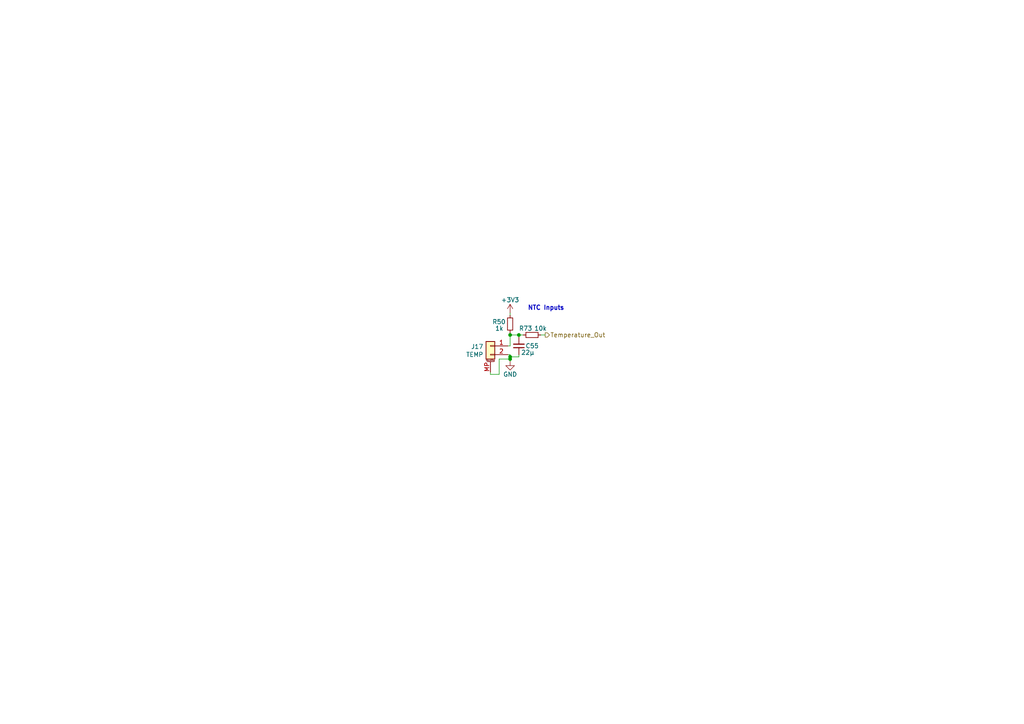
<source format=kicad_sch>
(kicad_sch (version 20211123) (generator eeschema)
  (paper "A4")
  (lib_symbols
    (symbol "Connector_Generic_MountingPin:Conn_01x02_MountingPin" (pin_names (offset 1.016) hide)
      (property "Reference" "J" (at 0 2.54 0))
      (property "Value" "Conn_01x02_MountingPin" (at 1.27 -5.08 0))
      (symbol "Conn_01x02_MountingPin_1_1"
        (rectangle (start -1.27 -2.413) (end 0 -2.667) (stroke (width 0.1524)))
        (rectangle (start -1.27 0.127) (end 0 -0.127) (stroke (width 0.1524)))
        (rectangle (start -1.27 1.27) (end 1.27 -3.81) (stroke (width 0.254)) (fill (type background)))
        (polyline (pts (xy -1.016 -4.572) (xy 1.016 -4.572)) (stroke (width 0.1524)))
        (text "Mounting" (at 0 -4.191 0) (effects (font (size 0.381 0.381))))
        (pin passive line (at -5.08 0 0) (length 3.81) (name "Pin_1") (number "1"))
        (pin passive line (at -5.08 -2.54 0) (length 3.81) (name "Pin_2") (number "2"))
        (pin passive line (at 0 -7.62 90) (length 3.048) (name "MountPin") (number "MP"))
      )
    )
    (symbol "Device:C_Small" (pin_numbers hide) (pin_names (offset 0.254) hide)
      (property "Reference" "C" (at 0.254 1.778 0))
      (property "Value" "C_Small" (at 0.254 -2.032 0))
      (symbol "C_Small_0_1"
        (polyline (pts (xy -1.524 -0.508) (xy 1.524 -0.508)) (stroke (width 0.3302)))
        (polyline (pts (xy -1.524 0.508) (xy 1.524 0.508)) (stroke (width 0.3048)))
      )
      (symbol "C_Small_1_1"
        (pin passive line (at 0 2.54 270) (length 2.032) (name "~") (number "1"))
        (pin passive line (at 0 -2.54 90) (length 2.032) (name "~") (number "2"))
      )
    )
    (symbol "Device:R_Small" (pin_numbers hide) (pin_names (offset 0.254) hide)
      (property "Reference" "R" (at 0.762 0.508 0))
      (property "Value" "R_Small" (at 0.762 -1.016 0))
      (symbol "R_Small_0_1"
        (rectangle (start -0.762 1.778) (end 0.762 -1.778) (stroke (width 0.2032)))
      )
      (symbol "R_Small_1_1"
        (pin passive line (at 0 2.54 270) (length 0.762) (name "~") (number "1"))
        (pin passive line (at 0 -2.54 90) (length 0.762) (name "~") (number "2"))
      )
    )
    (symbol "power:+3V3" (power) (pin_names (offset 0))
      (property "Value" "+3V3" (at 0 3.556 0))
      (symbol "+3V3_0_1"
        (polyline (pts (xy -0.762 1.27) (xy 0 2.54)))
        (polyline (pts (xy 0 0) (xy 0 2.54)))
        (polyline (pts (xy 0 2.54) (xy 0.762 1.27)))
      )
      (symbol "+3V3_1_1"
        (pin power_in line (at 0 0 90) (length 0) hide (name "+3V3") (number "1"))
      )
    )
    (symbol "power:GND" (power) (pin_names (offset 0))
      (property "Value" "GND" (at 0 -3.81 0))
      (symbol "GND_0_1"
        (polyline (pts (xy 0 0) (xy 0 -1.27) (xy 1.27 -1.27) (xy 0 -2.54) (xy -1.27 -1.27) (xy 0 -1.27)))
      )
      (symbol "GND_1_1"
        (pin power_in line (at 0 0 270) (length 0) hide (name "GND") (number "1"))
      )
    )
  )
  (junction (at 147.955 104.14))
  (junction (at 147.955 103.505))
  (junction (at 147.955 97.155))
  (junction (at 150.495 97.155))
  (wire (pts (xy 150.495 103.505) (xy 147.955 103.505)))
  (wire (pts (xy 142.24 107.95) (xy 142.24 108.585)))
  (wire (pts (xy 147.955 104.14) (xy 147.955 103.505)))
  (wire (pts (xy 151.765 97.155) (xy 150.495 97.155)))
  (wire (pts (xy 147.955 90.805) (xy 147.955 91.44)))
  (wire (pts (xy 147.955 97.155) (xy 147.955 100.33)))
  (wire (pts (xy 147.955 103.505) (xy 147.955 102.87)))
  (wire (pts (xy 144.78 104.14) (xy 147.955 104.14)))
  (wire (pts (xy 147.955 100.33) (xy 147.32 100.33)))
  (wire (pts (xy 147.955 104.775) (xy 147.955 104.14)))
  (wire (pts (xy 147.955 102.87) (xy 147.32 102.87)))
  (wire (pts (xy 150.495 97.155) (xy 147.955 97.155)))
  (wire (pts (xy 144.78 108.585) (xy 144.78 104.14)))
  (wire (pts (xy 147.955 96.52) (xy 147.955 97.155)))
  (wire (pts (xy 150.495 102.87) (xy 150.495 103.505)))
  (wire (pts (xy 142.24 108.585) (xy 144.78 108.585)))
  (wire (pts (xy 156.845 97.155) (xy 158.115 97.155)))
  (wire (pts (xy 150.495 97.79) (xy 150.495 97.155)))
  (text "NTC Inputs" (at 153.035 90.17 0) (effects (font (size 1.27 1.27) (thickness 0.254) bold) (justify left bottom)))
  (hierarchical_label "Temperature_Out" (shape output) (at 158.115 97.155 0))
  (symbol (lib_id "Device:R_Small") (at 154.305 97.155 270) (mirror x)
    (property "Reference" "R73" (at 150.495 95.25 90) (effects (justify left)))
    (property "Value" "10k" (at 154.94 95.25 90) (effects (justify left)))
    (property "Footprint" "Resistor_SMD:R_0603_1608Metric" (effects hide))
  )
  (symbol (lib_id "Device:R_Small") (at 147.955 93.98 0) (mirror y)
    (property "Reference" "R50" (at 146.685 93.345 0) (effects (justify left)))
    (property "Value" "1k" (at 146.05 95.25 0) (effects (justify left)))
    (property "Footprint" "Resistor_SMD:R_0603_1608Metric" (effects hide))
  )
  (symbol (lib_id "Connector_Generic_MountingPin:Conn_01x02_MountingPin") (at 142.24 100.33 0) (mirror y)
    (property "Reference" "J17" (at 140.208 100.5332 0) (effects (justify left)))
    (property "Value" "TEMP" (at 140.208 102.8446 0) (effects (justify left)))
    (property "Footprint" "Connector_JST:JST_GH_BM02B-GHS-TBT_1x02-1MP_P1.25mm_Vertical" (effects hide))
  )
  (symbol (lib_id "Device:C_Small") (at 150.495 100.33 0) (mirror x)
    (property "Reference" "C55" (at 152.4 100.33 0) (effects (justify left)))
    (property "Value" "22µ" (at 151.13 102.235 0) (effects (justify left)))
    (property "Footprint" "Capacitor_SMD:C_0603_1608Metric" (effects hide))
  )
  (symbol (lib_id "power:+3V3") (at 147.955 90.805 0)
    (property "Reference" "#PWR0164" (effects hide))
    (property "Value" "+3V3" (at 147.955 86.995 0))
  )
  (symbol (lib_id "power:GND") (at 147.955 104.775 0)
    (property "Reference" "#PWR0165" (effects hide))
    (property "Value" "GND" (at 147.955 108.585 0))
  )
)
</source>
